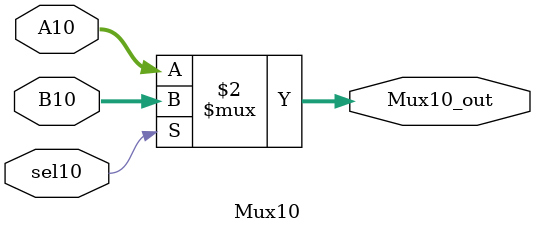
<source format=v>
`timescale 1ns / 1ps


module Mux1(sel1, A1, B1, Mux1_out);
input sel1;
input [31:0]A1, B1;
output [31:0]Mux1_out;
assign Mux1_out = (sel1==1'b0) ? A1 : B1;
endmodule

module Mux2(sel2, A2, B2, Mux2_out);
input sel2;
input [31:0]A2, B2;
output [31:0]Mux2_out;

assign Mux2_out = (sel2==1'b0) ? A2 : B2;
 endmodule

module Mux3(sel3, A3, B3, Mux3_out);
input sel3;
input [31:0]A3, B3;
output [31:0]Mux3_out;

assign Mux3_out = (sel3==1'b0) ? A3 : B3;
 endmodule

module Mux4(sel4, A4, B4, Mux4_out);
input sel4;
input [31:0]A4, B4;
output [31:0]Mux4_out;

assign Mux4_out = (sel4==1'b0) ? A4 : B4;
 endmodule

module Mux5(sel5, A5, B5, Mux5_out);
input sel5;
input [4:0]A5, B5;
output [4:0]Mux5_out;

assign Mux5_out = (sel5==1'b0) ? A5 : B5;
 endmodule

module Mux6 (sel6, A6, B6, Mux6_out);
input sel6;
input [31:0]A6, B6;
output [31:0]Mux6_out;

assign Mux6_out = (sel6==1'b0) ? A6 : B6;
 endmodule
 
 module Mux7 (sel7, A7, B7, Mux7_out);
input sel7;
input [31:0]A7, B7;
output [31:0]Mux7_out;

assign Mux7_out = (sel7==1'b0) ? A7 : B7;
 endmodule
 
module Mux8 (sel8, A8, B8, Mux8_out);
input sel8;
input [31:0]A8, B8;
output [31:0]Mux8_out;

assign Mux8_out = (sel8==1'b0) ? A8 : B8;
 endmodule
 
module Mux9 (sel9, A9, B9, Mux9_out);
input sel9;
input [31:0]A9, B9;
output [31:0]Mux9_out;

assign Mux9_out = (sel9==1'b0) ? A9 : B9;
 endmodule
 
 module Mux10 (sel10, A10, B10, Mux10_out);
input sel10;
input [31:0]A10, B10;
output [31:0]Mux10_out;

assign Mux10_out = (sel10==1'b0) ? A10 : B10;
 endmodule
 
 
 
 
 
</source>
